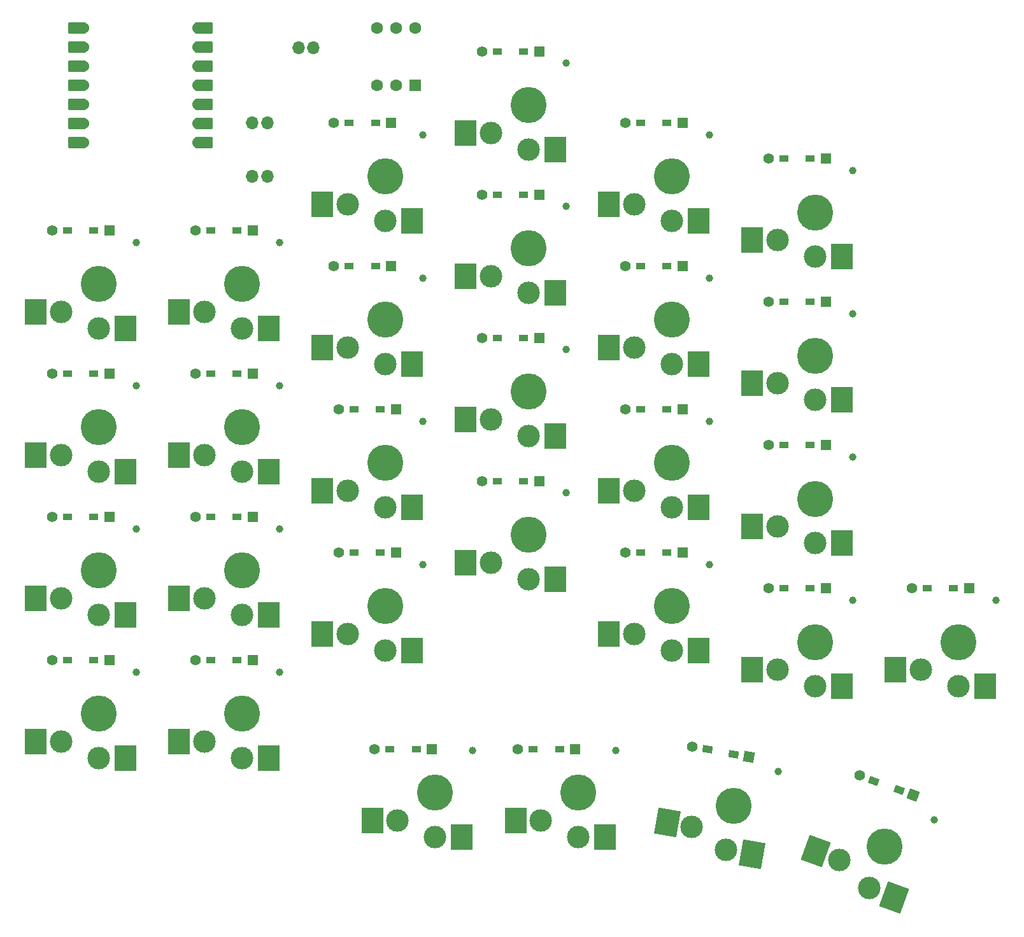
<source format=gbr>
G04 #@! TF.GenerationSoftware,KiCad,Pcbnew,9.0.6*
G04 #@! TF.CreationDate,2025-12-07T22:23:37+09:00*
G04 #@! TF.ProjectId,tarakkie_v1_left,74617261-6b6b-4696-955f-76315f6c6566,rev?*
G04 #@! TF.SameCoordinates,Original*
G04 #@! TF.FileFunction,Soldermask,Bot*
G04 #@! TF.FilePolarity,Negative*
%FSLAX46Y46*%
G04 Gerber Fmt 4.6, Leading zero omitted, Abs format (unit mm)*
G04 Created by KiCad (PCBNEW 9.0.6) date 2025-12-07 22:23:37*
%MOMM*%
%LPD*%
G01*
G04 APERTURE LIST*
G04 Aperture macros list*
%AMRoundRect*
0 Rectangle with rounded corners*
0 $1 Rounding radius*
0 $2 $3 $4 $5 $6 $7 $8 $9 X,Y pos of 4 corners*
0 Add a 4 corners polygon primitive as box body*
4,1,4,$2,$3,$4,$5,$6,$7,$8,$9,$2,$3,0*
0 Add four circle primitives for the rounded corners*
1,1,$1+$1,$2,$3*
1,1,$1+$1,$4,$5*
1,1,$1+$1,$6,$7*
1,1,$1+$1,$8,$9*
0 Add four rect primitives between the rounded corners*
20,1,$1+$1,$2,$3,$4,$5,0*
20,1,$1+$1,$4,$5,$6,$7,0*
20,1,$1+$1,$6,$7,$8,$9,0*
20,1,$1+$1,$8,$9,$2,$3,0*%
%AMRotRect*
0 Rectangle, with rotation*
0 The origin of the aperture is its center*
0 $1 length*
0 $2 width*
0 $3 Rotation angle, in degrees counterclockwise*
0 Add horizontal line*
21,1,$1,$2,0,0,$3*%
G04 Aperture macros list end*
%ADD10R,1.397000X1.397000*%
%ADD11R,1.300000X0.950000*%
%ADD12C,1.397000*%
%ADD13C,3.000000*%
%ADD14C,4.800000*%
%ADD15C,1.000000*%
%ADD16R,3.000000X3.500000*%
%ADD17RotRect,1.397000X1.397000X170.000000*%
%ADD18RotRect,1.300000X0.950000X170.000000*%
%ADD19RotRect,3.000000X3.500000X160.000000*%
%ADD20RotRect,1.397000X1.397000X160.000000*%
%ADD21RotRect,1.300000X0.950000X160.000000*%
%ADD22RotRect,3.000000X3.500000X170.000000*%
%ADD23O,1.700000X1.700000*%
%ADD24C,1.524000*%
%ADD25RoundRect,0.152400X-1.063600X-0.609600X1.063600X-0.609600X1.063600X0.609600X-1.063600X0.609600X0*%
%ADD26RoundRect,0.152400X1.063600X0.609600X-1.063600X0.609600X-1.063600X-0.609600X1.063600X-0.609600X0*%
%ADD27RoundRect,0.250000X0.550000X-0.550000X0.550000X0.550000X-0.550000X0.550000X-0.550000X-0.550000X0*%
%ADD28C,1.600000*%
G04 APERTURE END LIST*
D10*
X89535000Y-92868750D03*
D11*
X87500000Y-92868750D03*
X83950000Y-92868750D03*
D12*
X81915000Y-92868750D03*
D10*
X113347500Y-138112500D03*
D11*
X111312500Y-138112500D03*
X107762500Y-138112500D03*
D12*
X105727500Y-138112500D03*
D10*
X146685000Y-116681250D03*
D11*
X144650000Y-116681250D03*
X141100000Y-116681250D03*
D12*
X139065000Y-116681250D03*
D13*
X89773750Y-147527500D03*
D14*
X94773750Y-143827500D03*
D13*
X94773750Y-149727500D03*
D15*
X99773750Y-138277500D03*
D16*
X86423750Y-147527500D03*
X98323750Y-149727500D03*
D10*
X94297500Y-138112500D03*
D11*
X92262500Y-138112500D03*
X88712500Y-138112500D03*
D12*
X86677500Y-138112500D03*
D13*
X140256250Y-89425000D03*
D14*
X145256250Y-85725000D03*
D13*
X145256250Y-91625000D03*
D15*
X150256250Y-80175000D03*
D16*
X136906250Y-89425000D03*
X148806250Y-91625000D03*
D13*
X45006250Y-79900000D03*
D14*
X50006250Y-76200000D03*
D13*
X50006250Y-82100000D03*
D15*
X55006250Y-70650000D03*
D16*
X41656250Y-79900000D03*
X53556250Y-82100000D03*
D10*
X70485000Y-88106250D03*
D11*
X68450000Y-88106250D03*
X64900000Y-88106250D03*
D12*
X62865000Y-88106250D03*
D13*
X102156250Y-113237500D03*
D14*
X107156250Y-109537500D03*
D13*
X107156250Y-115437500D03*
D15*
X112156250Y-103987500D03*
D16*
X98806250Y-113237500D03*
X110706250Y-115437500D03*
D13*
X140256250Y-108475000D03*
D14*
X145256250Y-104775000D03*
D13*
X145256250Y-110675000D03*
D15*
X150256250Y-99225000D03*
D16*
X136906250Y-108475000D03*
X148806250Y-110675000D03*
D13*
X45006250Y-118000000D03*
D14*
X50006250Y-114300000D03*
D13*
X50006250Y-120200000D03*
D15*
X55006250Y-108750000D03*
D16*
X41656250Y-118000000D03*
X53556250Y-120200000D03*
D10*
X88928750Y-73818750D03*
D11*
X86893750Y-73818750D03*
X83343750Y-73818750D03*
D12*
X81308750Y-73818750D03*
D13*
X64056250Y-137050000D03*
D14*
X69056250Y-133350000D03*
D13*
X69056250Y-139250000D03*
D15*
X74056250Y-127800000D03*
D16*
X60706250Y-137050000D03*
X72606250Y-139250000D03*
D10*
X127635000Y-54768750D03*
D11*
X125600000Y-54768750D03*
X122050000Y-54768750D03*
D12*
X120015000Y-54768750D03*
D13*
X108823750Y-147527500D03*
D14*
X113823750Y-143827500D03*
D13*
X113823750Y-149727500D03*
D15*
X118823750Y-138277500D03*
D16*
X105473750Y-147527500D03*
X117373750Y-149727500D03*
D17*
X136468904Y-139082326D03*
D18*
X134464818Y-138728952D03*
X130968750Y-138112500D03*
D12*
X128964664Y-137759126D03*
D13*
X159306250Y-127525000D03*
D14*
X164306250Y-123825000D03*
D13*
X164306250Y-129725000D03*
D15*
X169306250Y-118275000D03*
D16*
X155956250Y-127525000D03*
X167856250Y-129725000D03*
D13*
X83106250Y-65612500D03*
D14*
X88106250Y-61912500D03*
D13*
X88106250Y-67812500D03*
D15*
X93106250Y-56362500D03*
D16*
X79756250Y-65612500D03*
X91656250Y-67812500D03*
D10*
X108585000Y-64293750D03*
D11*
X106550000Y-64293750D03*
X103000000Y-64293750D03*
D12*
X100965000Y-64293750D03*
D13*
X148536063Y-152786761D03*
D14*
X154500000Y-151020000D03*
D13*
X152482081Y-156564187D03*
D15*
X161096675Y-147514807D03*
D19*
X145388092Y-151640995D03*
X155817990Y-157778358D03*
D13*
X102156250Y-94187500D03*
D14*
X107156250Y-90487500D03*
D13*
X107156250Y-96387500D03*
D15*
X112156250Y-84937500D03*
D16*
X98806250Y-94187500D03*
X110706250Y-96387500D03*
D10*
X146685000Y-59531250D03*
D11*
X144650000Y-59531250D03*
X141100000Y-59531250D03*
D12*
X139065000Y-59531250D03*
D13*
X140256250Y-127525000D03*
D14*
X145256250Y-123825000D03*
D13*
X145256250Y-129725000D03*
D15*
X150256250Y-118275000D03*
D16*
X136906250Y-127525000D03*
X148806250Y-129725000D03*
D13*
X83106250Y-84662500D03*
D14*
X88106250Y-80962500D03*
D13*
X88106250Y-86862500D03*
D15*
X93106250Y-75412500D03*
D16*
X79756250Y-84662500D03*
X91656250Y-86862500D03*
D13*
X64056250Y-98950000D03*
D14*
X69056250Y-95250000D03*
D13*
X69056250Y-101150000D03*
D15*
X74056250Y-89700000D03*
D16*
X60706250Y-98950000D03*
X72606250Y-101150000D03*
D10*
X70485000Y-107156250D03*
D11*
X68450000Y-107156250D03*
X64900000Y-107156250D03*
D12*
X62865000Y-107156250D03*
D13*
X45006250Y-98950000D03*
D14*
X50006250Y-95250000D03*
D13*
X50006250Y-101150000D03*
D15*
X55006250Y-89700000D03*
D16*
X41656250Y-98950000D03*
X53556250Y-101150000D03*
D10*
X165735000Y-116681250D03*
D11*
X163700000Y-116681250D03*
X160150000Y-116681250D03*
D12*
X158115000Y-116681250D03*
D10*
X70485000Y-126206250D03*
D11*
X68450000Y-126206250D03*
X64900000Y-126206250D03*
D12*
X62865000Y-126206250D03*
D13*
X45006250Y-137050000D03*
D14*
X50006250Y-133350000D03*
D13*
X50006250Y-139250000D03*
D15*
X55006250Y-127800000D03*
D16*
X41656250Y-137050000D03*
X53556250Y-139250000D03*
D10*
X51435000Y-126206250D03*
D11*
X49400000Y-126206250D03*
X45850000Y-126206250D03*
D12*
X43815000Y-126206250D03*
D13*
X102156250Y-56087500D03*
D14*
X107156250Y-52387500D03*
D13*
X107156250Y-58287500D03*
D15*
X112156250Y-46837500D03*
D16*
X98806250Y-56087500D03*
X110706250Y-58287500D03*
D13*
X140256250Y-70375000D03*
D14*
X145256250Y-66675000D03*
D13*
X145256250Y-72575000D03*
D15*
X150256250Y-61125000D03*
D16*
X136906250Y-70375000D03*
X148806250Y-72575000D03*
D10*
X89535000Y-111918750D03*
D11*
X87500000Y-111918750D03*
X83950000Y-111918750D03*
D12*
X81915000Y-111918750D03*
D10*
X127635000Y-73818750D03*
D11*
X125600000Y-73818750D03*
X122050000Y-73818750D03*
D12*
X120015000Y-73818750D03*
D10*
X108585000Y-45243750D03*
D11*
X106550000Y-45243750D03*
X103000000Y-45243750D03*
D12*
X100965000Y-45243750D03*
D13*
X83106250Y-122762500D03*
D14*
X88106250Y-119062500D03*
D13*
X88106250Y-124962500D03*
D15*
X93106250Y-113512500D03*
D16*
X79756250Y-122762500D03*
X91656250Y-124962500D03*
D13*
X121206250Y-103712500D03*
D14*
X126206250Y-100012500D03*
D13*
X126206250Y-105912500D03*
D15*
X131206250Y-94462500D03*
D16*
X117856250Y-103712500D03*
X129756250Y-105912500D03*
D13*
X83106250Y-103712500D03*
D14*
X88106250Y-100012500D03*
D13*
X88106250Y-105912500D03*
D15*
X93106250Y-94462500D03*
D16*
X79756250Y-103712500D03*
X91656250Y-105912500D03*
D10*
X127635000Y-92868750D03*
D11*
X125600000Y-92868750D03*
X122050000Y-92868750D03*
D12*
X120015000Y-92868750D03*
D10*
X70485000Y-69056250D03*
D11*
X68450000Y-69056250D03*
X64900000Y-69056250D03*
D12*
X62865000Y-69056250D03*
D10*
X146685000Y-78581250D03*
D11*
X144650000Y-78581250D03*
X141100000Y-78581250D03*
D12*
X139065000Y-78581250D03*
D13*
X64056250Y-118000000D03*
D14*
X69056250Y-114300000D03*
D13*
X69056250Y-120200000D03*
D15*
X74056250Y-108750000D03*
D16*
X60706250Y-118000000D03*
X72606250Y-120200000D03*
D10*
X51435000Y-69056250D03*
D11*
X49400000Y-69056250D03*
X45850000Y-69056250D03*
D12*
X43815000Y-69056250D03*
D10*
X88928750Y-54768750D03*
D11*
X86893750Y-54768750D03*
X83343750Y-54768750D03*
D12*
X81308750Y-54768750D03*
D10*
X127635000Y-111918750D03*
D11*
X125600000Y-111918750D03*
X122050000Y-111918750D03*
D12*
X120015000Y-111918750D03*
D10*
X108585000Y-102393750D03*
D11*
X106550000Y-102393750D03*
X103000000Y-102393750D03*
D12*
X100965000Y-102393750D03*
D20*
X158361479Y-144178097D03*
D21*
X156449204Y-143482086D03*
X153113296Y-142267914D03*
D12*
X151201021Y-141571903D03*
D10*
X51435000Y-88106250D03*
D11*
X49400000Y-88106250D03*
X45850000Y-88106250D03*
D12*
X43815000Y-88106250D03*
D13*
X128903463Y-148415548D03*
D14*
X134470000Y-145640000D03*
D13*
X133445476Y-151450366D03*
D15*
X140357786Y-141042557D03*
D22*
X125604357Y-147833827D03*
X136941543Y-152066817D03*
D13*
X102156250Y-75137500D03*
D14*
X107156250Y-71437500D03*
D13*
X107156250Y-77337500D03*
D15*
X112156250Y-65887500D03*
D16*
X98806250Y-75137500D03*
X110706250Y-77337500D03*
D13*
X121206250Y-122762500D03*
D14*
X126206250Y-119062500D03*
D13*
X126206250Y-124962500D03*
D15*
X131206250Y-113512500D03*
D16*
X117856250Y-122762500D03*
X129756250Y-124962500D03*
D13*
X121206250Y-84662500D03*
D14*
X126206250Y-80962500D03*
D13*
X126206250Y-86862500D03*
D15*
X131206250Y-75412500D03*
D16*
X117856250Y-84662500D03*
X129756250Y-86862500D03*
D10*
X51435000Y-107156250D03*
D11*
X49400000Y-107156250D03*
X45850000Y-107156250D03*
D12*
X43815000Y-107156250D03*
D13*
X121206250Y-65612500D03*
D14*
X126206250Y-61912500D03*
D13*
X126206250Y-67812500D03*
D15*
X131206250Y-56362500D03*
D16*
X117856250Y-65612500D03*
X129756250Y-67812500D03*
D10*
X108585000Y-83343750D03*
D11*
X106550000Y-83343750D03*
X103000000Y-83343750D03*
D12*
X100965000Y-83343750D03*
D10*
X146685000Y-97631250D03*
D11*
X144650000Y-97631250D03*
X141100000Y-97631250D03*
D12*
X139065000Y-97631250D03*
D13*
X64056250Y-79900000D03*
D14*
X69056250Y-76200000D03*
D13*
X69056250Y-82100000D03*
D15*
X74056250Y-70650000D03*
D16*
X60706250Y-79900000D03*
X72606250Y-82100000D03*
D23*
X78600000Y-44800000D03*
X76600000Y-44800000D03*
X72437500Y-61912500D03*
X70437500Y-61912500D03*
D24*
X63210000Y-42128500D03*
D25*
X64045000Y-42128500D03*
D24*
X63210000Y-44668500D03*
D25*
X64045000Y-44668500D03*
D24*
X63210000Y-47208500D03*
D25*
X64045000Y-47208500D03*
D24*
X63210000Y-49748500D03*
D25*
X64045000Y-49748500D03*
D24*
X63210000Y-52288500D03*
D25*
X64045000Y-52288500D03*
D24*
X63210000Y-54828500D03*
D25*
X64045000Y-54828500D03*
D24*
X63210000Y-57368500D03*
D25*
X64045000Y-57368500D03*
D26*
X47135000Y-57368500D03*
D24*
X47970000Y-57368500D03*
D26*
X47135000Y-54828500D03*
D24*
X47970000Y-54828500D03*
D26*
X47135000Y-52288500D03*
D24*
X47970000Y-52288500D03*
D26*
X47135000Y-49748500D03*
D24*
X47970000Y-49748500D03*
D26*
X47135000Y-47208500D03*
D24*
X47970000Y-47208500D03*
D26*
X47135000Y-44668500D03*
D24*
X47970000Y-44668500D03*
D26*
X47135000Y-42128500D03*
D24*
X47970000Y-42128500D03*
D27*
X92140000Y-49800000D03*
D28*
X89600000Y-49800000D03*
X87060000Y-49800000D03*
X87060000Y-42180000D03*
X89600000Y-42180000D03*
X92140000Y-42180000D03*
D23*
X72437500Y-54768750D03*
X70437500Y-54768750D03*
M02*

</source>
